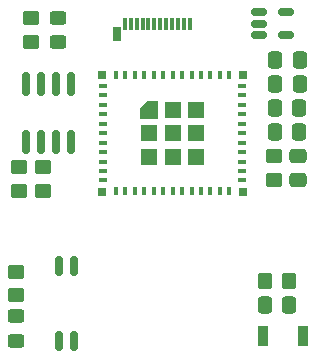
<source format=gbr>
%TF.GenerationSoftware,KiCad,Pcbnew,7.0.8*%
%TF.CreationDate,2023-10-29T23:41:36-05:00*%
%TF.ProjectId,CAN,43414e2e-6b69-4636-9164-5f7063625858,X1*%
%TF.SameCoordinates,Original*%
%TF.FileFunction,Paste,Top*%
%TF.FilePolarity,Positive*%
%FSLAX46Y46*%
G04 Gerber Fmt 4.6, Leading zero omitted, Abs format (unit mm)*
G04 Created by KiCad (PCBNEW 7.0.8) date 2023-10-29 23:41:36*
%MOMM*%
%LPD*%
G01*
G04 APERTURE LIST*
G04 Aperture macros list*
%AMRoundRect*
0 Rectangle with rounded corners*
0 $1 Rounding radius*
0 $2 $3 $4 $5 $6 $7 $8 $9 X,Y pos of 4 corners*
0 Add a 4 corners polygon primitive as box body*
4,1,4,$2,$3,$4,$5,$6,$7,$8,$9,$2,$3,0*
0 Add four circle primitives for the rounded corners*
1,1,$1+$1,$2,$3*
1,1,$1+$1,$4,$5*
1,1,$1+$1,$6,$7*
1,1,$1+$1,$8,$9*
0 Add four rect primitives between the rounded corners*
20,1,$1+$1,$2,$3,$4,$5,0*
20,1,$1+$1,$4,$5,$6,$7,0*
20,1,$1+$1,$6,$7,$8,$9,0*
20,1,$1+$1,$8,$9,$2,$3,0*%
%AMFreePoly0*
4,1,6,0.725000,-0.725000,-0.725000,-0.725000,-0.725000,0.125000,-0.125000,0.725000,0.725000,0.725000,0.725000,-0.725000,0.725000,-0.725000,$1*%
G04 Aperture macros list end*
%ADD10RoundRect,0.150000X0.150000X-0.662500X0.150000X0.662500X-0.150000X0.662500X-0.150000X-0.662500X0*%
%ADD11R,0.700000X1.150000*%
%ADD12R,0.380000X1.000000*%
%ADD13RoundRect,0.250000X-0.337500X-0.475000X0.337500X-0.475000X0.337500X0.475000X-0.337500X0.475000X0*%
%ADD14RoundRect,0.250000X-0.450000X0.350000X-0.450000X-0.350000X0.450000X-0.350000X0.450000X0.350000X0*%
%ADD15R,0.900000X1.700000*%
%ADD16RoundRect,0.250000X0.450000X-0.325000X0.450000X0.325000X-0.450000X0.325000X-0.450000X-0.325000X0*%
%ADD17RoundRect,0.250000X0.337500X0.475000X-0.337500X0.475000X-0.337500X-0.475000X0.337500X-0.475000X0*%
%ADD18RoundRect,0.150000X-0.512500X-0.150000X0.512500X-0.150000X0.512500X0.150000X-0.512500X0.150000X0*%
%ADD19R,0.800000X0.400000*%
%ADD20R,0.400000X0.800000*%
%ADD21FreePoly0,0.000000*%
%ADD22R,1.450000X1.450000*%
%ADD23R,0.700000X0.700000*%
%ADD24RoundRect,0.150000X-0.150000X0.825000X-0.150000X-0.825000X0.150000X-0.825000X0.150000X0.825000X0*%
%ADD25RoundRect,0.250000X0.475000X-0.337500X0.475000X0.337500X-0.475000X0.337500X-0.475000X-0.337500X0*%
%ADD26RoundRect,0.250000X-0.350000X-0.450000X0.350000X-0.450000X0.350000X0.450000X-0.350000X0.450000X0*%
G04 APERTURE END LIST*
D10*
%TO.C,U5*%
X66929000Y-108826500D03*
X68199000Y-108826500D03*
X68199000Y-115201500D03*
X66929000Y-115201500D03*
%TD*%
D11*
%TO.C,P1*%
X71810000Y-89254000D03*
D12*
X77980000Y-88414000D03*
X77480000Y-88414000D03*
X76980000Y-88414000D03*
X76480000Y-88414000D03*
X75980000Y-88414000D03*
X75480000Y-88414000D03*
X74980000Y-88414000D03*
X74480000Y-88414000D03*
X73980000Y-88414000D03*
X73480000Y-88414000D03*
X72980000Y-88414000D03*
X72480000Y-88414000D03*
%TD*%
D13*
%TO.C,C3*%
X85195500Y-93472000D03*
X87270500Y-93472000D03*
%TD*%
D14*
%TO.C,R5*%
X63246000Y-111347000D03*
X63246000Y-109347000D03*
%TD*%
D13*
%TO.C,C2*%
X85195500Y-91440000D03*
X87270500Y-91440000D03*
%TD*%
D14*
%TO.C,R2*%
X64516000Y-87900000D03*
X64516000Y-89900000D03*
%TD*%
%TO.C,R1*%
X85090000Y-99584000D03*
X85090000Y-101584000D03*
%TD*%
D13*
%TO.C,C4*%
X85170100Y-95504000D03*
X87245100Y-95504000D03*
%TD*%
D15*
%TO.C,SW1*%
X87552000Y-114808000D03*
X84152000Y-114808000D03*
%TD*%
D16*
%TO.C,D1*%
X66802000Y-89916000D03*
X66802000Y-87866000D03*
%TD*%
%TO.C,D2*%
X63246000Y-115189000D03*
X63246000Y-113139000D03*
%TD*%
D14*
%TO.C,R4*%
X63500000Y-100473000D03*
X63500000Y-102473000D03*
%TD*%
%TO.C,R7*%
X65532000Y-100489000D03*
X65532000Y-102489000D03*
%TD*%
D17*
%TO.C,C6*%
X87245100Y-97536000D03*
X85170100Y-97536000D03*
%TD*%
D18*
%TO.C,U2*%
X83820000Y-87390000D03*
X83820000Y-88340000D03*
X83820000Y-89290000D03*
X86095000Y-89290000D03*
X86095000Y-87390000D03*
%TD*%
D19*
%TO.C,U1*%
X70630000Y-93624000D03*
X70630000Y-94424000D03*
X70630000Y-95224000D03*
X70630000Y-96024000D03*
X70630000Y-96824000D03*
X70630000Y-97624000D03*
X70630000Y-98424000D03*
X70630000Y-99224000D03*
X70630000Y-100024000D03*
X70630000Y-100824000D03*
X70630000Y-101624000D03*
D20*
X71730000Y-102524000D03*
X72530000Y-102524000D03*
X73330000Y-102524000D03*
X74130000Y-102524000D03*
X74930000Y-102524000D03*
X75730000Y-102524000D03*
X76530000Y-102524000D03*
X77330000Y-102524000D03*
X78130000Y-102524000D03*
X78930000Y-102524000D03*
X79730000Y-102524000D03*
X80530000Y-102524000D03*
X81330000Y-102524000D03*
D19*
X82430000Y-101624000D03*
X82430000Y-100824000D03*
X82430000Y-100024000D03*
X82430000Y-99224000D03*
X82430000Y-98424000D03*
X82430000Y-97624000D03*
X82430000Y-96824000D03*
X82430000Y-96024000D03*
X82430000Y-95224000D03*
X82430000Y-94424000D03*
X82430000Y-93624000D03*
D20*
X81330000Y-92724000D03*
X80530000Y-92724000D03*
X79730000Y-92724000D03*
X78930000Y-92724000D03*
X78130000Y-92724000D03*
X77330000Y-92724000D03*
X76530000Y-92724000D03*
X75730000Y-92724000D03*
X74930000Y-92724000D03*
X74130000Y-92724000D03*
X73330000Y-92724000D03*
X72530000Y-92724000D03*
X71730000Y-92724000D03*
D21*
X74555000Y-95649000D03*
D22*
X74555000Y-97624000D03*
X74555000Y-99599000D03*
X76530000Y-95649000D03*
X76530000Y-97624000D03*
X76530000Y-99599000D03*
X78505000Y-95649000D03*
X78505000Y-97624000D03*
X78505000Y-99599000D03*
D23*
X82480000Y-92674000D03*
X82480000Y-102574000D03*
X70580000Y-102574000D03*
X70580000Y-92674000D03*
%TD*%
D24*
%TO.C,U3*%
X67945000Y-98374000D03*
X66675000Y-98374000D03*
X65405000Y-98374000D03*
X64135000Y-98374000D03*
X64135000Y-93424000D03*
X65405000Y-93424000D03*
X66675000Y-93424000D03*
X67945000Y-93424000D03*
%TD*%
D25*
%TO.C,C1*%
X87122000Y-101621500D03*
X87122000Y-99546500D03*
%TD*%
D13*
%TO.C,C5*%
X84306500Y-112141000D03*
X86381500Y-112141000D03*
%TD*%
D26*
%TO.C,R6*%
X84344000Y-110109000D03*
X86344000Y-110109000D03*
%TD*%
M02*

</source>
